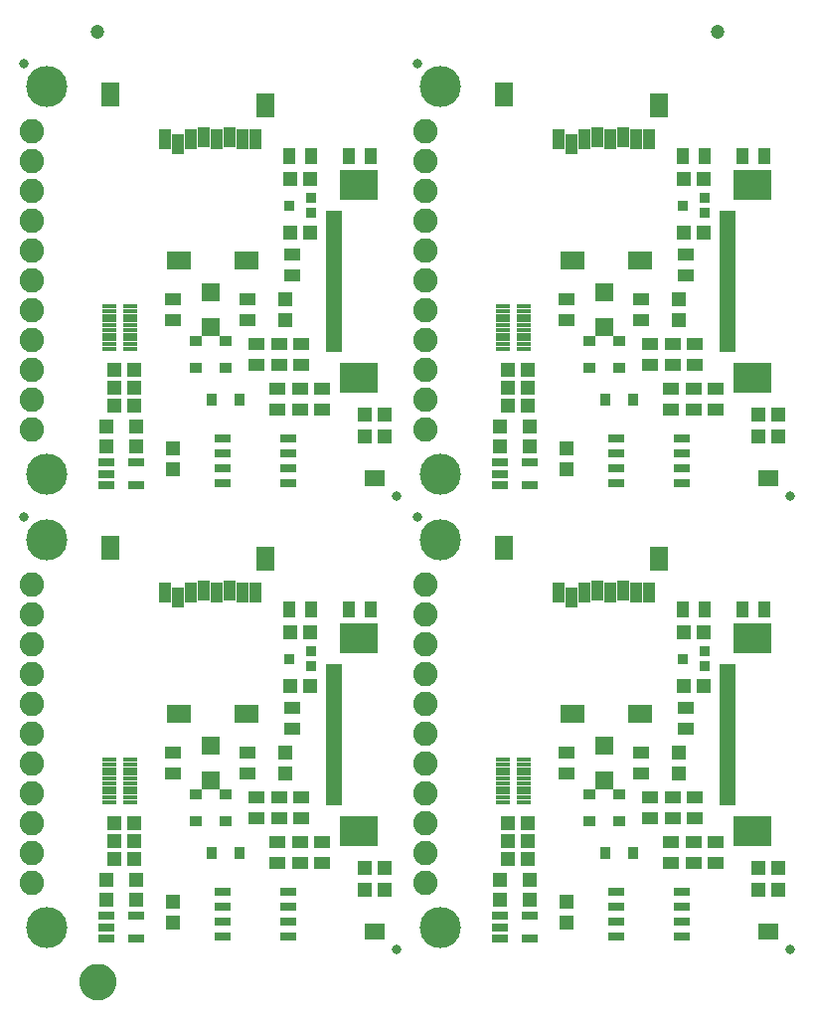
<source format=gts>
G75*
%MOIN*%
%OFA0B0*%
%FSLAX25Y25*%
%IPPOS*%
%LPD*%
%AMOC8*
5,1,8,0,0,1.08239X$1,22.5*
%
%ADD10R,0.05131X0.04737*%
%ADD11R,0.05524X0.03950*%
%ADD12R,0.04737X0.05131*%
%ADD13R,0.03950X0.05524*%
%ADD14R,0.04068X0.03280*%
%ADD15R,0.03280X0.04068*%
%ADD16R,0.05918X0.05918*%
%ADD17R,0.03556X0.03556*%
%ADD18R,0.05721X0.01981*%
%ADD19R,0.12611X0.10249*%
%ADD20C,0.03300*%
%ADD21C,0.13800*%
%ADD22C,0.08200*%
%ADD23R,0.03300X0.05800*%
%ADD24R,0.05524X0.02965*%
%ADD25R,0.07887X0.06312*%
%ADD26R,0.06312X0.08280*%
%ADD27R,0.03950X0.06706*%
%ADD28R,0.05524X0.03162*%
%ADD29R,0.05131X0.01587*%
%ADD30R,0.04737X0.01587*%
%ADD31C,0.04737*%
%ADD32C,0.05000*%
%ADD33C,0.06706*%
D10*
X0065995Y0061750D03*
X0065995Y0067750D03*
X0065995Y0073750D03*
X0072688Y0073750D03*
X0072688Y0067750D03*
X0072688Y0061750D03*
X0124995Y0119750D03*
X0131688Y0119750D03*
X0131688Y0137750D03*
X0124995Y0137750D03*
X0149995Y0203250D03*
X0156688Y0203250D03*
X0156688Y0210750D03*
X0149995Y0210750D03*
X0197995Y0213750D03*
X0197995Y0219750D03*
X0197995Y0225750D03*
X0204688Y0225750D03*
X0204688Y0219750D03*
X0204688Y0213750D03*
X0256995Y0271750D03*
X0263688Y0271750D03*
X0263688Y0289750D03*
X0256995Y0289750D03*
X0281995Y0210750D03*
X0288688Y0210750D03*
X0288688Y0203250D03*
X0281995Y0203250D03*
X0263688Y0137750D03*
X0256995Y0137750D03*
X0256995Y0119750D03*
X0263688Y0119750D03*
X0281995Y0058750D03*
X0288688Y0058750D03*
X0288688Y0051250D03*
X0281995Y0051250D03*
X0204688Y0061750D03*
X0204688Y0067750D03*
X0204688Y0073750D03*
X0197995Y0073750D03*
X0197995Y0067750D03*
X0197995Y0061750D03*
X0156688Y0058750D03*
X0149995Y0058750D03*
X0149995Y0051250D03*
X0156688Y0051250D03*
X0072688Y0213750D03*
X0072688Y0219750D03*
X0072688Y0225750D03*
X0065995Y0225750D03*
X0065995Y0219750D03*
X0065995Y0213750D03*
X0124995Y0271750D03*
X0131688Y0271750D03*
X0131688Y0289750D03*
X0124995Y0289750D03*
D11*
X0125842Y0264293D03*
X0125842Y0257207D03*
X0110842Y0249293D03*
X0110842Y0242207D03*
X0113842Y0234293D03*
X0113842Y0227207D03*
X0121342Y0227207D03*
X0121342Y0234293D03*
X0128842Y0234293D03*
X0128842Y0227207D03*
X0128342Y0219293D03*
X0128342Y0212207D03*
X0135842Y0212207D03*
X0135842Y0219293D03*
X0120842Y0219293D03*
X0120842Y0212207D03*
X0085842Y0242207D03*
X0085842Y0249293D03*
X0217842Y0249293D03*
X0217842Y0242207D03*
X0242842Y0242207D03*
X0242842Y0249293D03*
X0245842Y0234293D03*
X0245842Y0227207D03*
X0253342Y0227207D03*
X0253342Y0234293D03*
X0260842Y0234293D03*
X0260842Y0227207D03*
X0260342Y0219293D03*
X0260342Y0212207D03*
X0267842Y0212207D03*
X0267842Y0219293D03*
X0252842Y0219293D03*
X0252842Y0212207D03*
X0257842Y0257207D03*
X0257842Y0264293D03*
X0257842Y0112293D03*
X0257842Y0105207D03*
X0242842Y0097293D03*
X0242842Y0090207D03*
X0245842Y0082293D03*
X0245842Y0075207D03*
X0253342Y0075207D03*
X0253342Y0082293D03*
X0260842Y0082293D03*
X0260842Y0075207D03*
X0260342Y0067293D03*
X0260342Y0060207D03*
X0267842Y0060207D03*
X0267842Y0067293D03*
X0252842Y0067293D03*
X0252842Y0060207D03*
X0217842Y0090207D03*
X0217842Y0097293D03*
X0135842Y0067293D03*
X0135842Y0060207D03*
X0128342Y0060207D03*
X0128342Y0067293D03*
X0120842Y0067293D03*
X0120842Y0060207D03*
X0121342Y0075207D03*
X0121342Y0082293D03*
X0128842Y0082293D03*
X0128842Y0075207D03*
X0113842Y0075207D03*
X0113842Y0082293D03*
X0110842Y0090207D03*
X0110842Y0097293D03*
X0125842Y0105207D03*
X0125842Y0112293D03*
X0085842Y0097293D03*
X0085842Y0090207D03*
D12*
X0123342Y0090404D03*
X0123342Y0097096D03*
X0073342Y0054596D03*
X0073342Y0047904D03*
X0063342Y0047904D03*
X0063342Y0054596D03*
X0085842Y0047096D03*
X0085842Y0040404D03*
X0195342Y0047904D03*
X0195342Y0054596D03*
X0205342Y0054596D03*
X0205342Y0047904D03*
X0217842Y0047096D03*
X0217842Y0040404D03*
X0255342Y0090404D03*
X0255342Y0097096D03*
X0217842Y0192404D03*
X0217842Y0199096D03*
X0205342Y0199904D03*
X0205342Y0206596D03*
X0195342Y0206596D03*
X0195342Y0199904D03*
X0255342Y0242404D03*
X0255342Y0249096D03*
X0123342Y0249096D03*
X0123342Y0242404D03*
X0085842Y0199096D03*
X0085842Y0192404D03*
X0073342Y0199904D03*
X0073342Y0206596D03*
X0063342Y0206596D03*
X0063342Y0199904D03*
D13*
X0124798Y0145250D03*
X0131885Y0145250D03*
X0144798Y0145250D03*
X0151885Y0145250D03*
X0256798Y0145250D03*
X0263885Y0145250D03*
X0276798Y0145250D03*
X0283885Y0145250D03*
X0283885Y0297250D03*
X0276798Y0297250D03*
X0263885Y0297250D03*
X0256798Y0297250D03*
X0151885Y0297250D03*
X0144798Y0297250D03*
X0131885Y0297250D03*
X0124798Y0297250D03*
D14*
X0103342Y0235278D03*
X0103342Y0226222D03*
X0093342Y0226222D03*
X0093342Y0235278D03*
X0225342Y0235278D03*
X0225342Y0226222D03*
X0235342Y0226222D03*
X0235342Y0235278D03*
X0235342Y0083278D03*
X0235342Y0074222D03*
X0225342Y0074222D03*
X0225342Y0083278D03*
X0103342Y0083278D03*
X0103342Y0074222D03*
X0093342Y0074222D03*
X0093342Y0083278D03*
D15*
X0098814Y0063750D03*
X0107869Y0063750D03*
X0230814Y0063750D03*
X0239869Y0063750D03*
X0239869Y0215750D03*
X0230814Y0215750D03*
X0107869Y0215750D03*
X0098814Y0215750D03*
D16*
X0098342Y0239844D03*
X0098342Y0251656D03*
X0230342Y0251656D03*
X0230342Y0239844D03*
X0230342Y0099656D03*
X0230342Y0087844D03*
X0098342Y0087844D03*
X0098342Y0099656D03*
D17*
X0124700Y0128750D03*
X0131984Y0126191D03*
X0131984Y0131309D03*
X0256700Y0128750D03*
X0263984Y0126191D03*
X0263984Y0131309D03*
X0263984Y0278191D03*
X0263984Y0283309D03*
X0256700Y0280750D03*
X0131984Y0278191D03*
X0131984Y0283309D03*
X0124700Y0280750D03*
D18*
X0139582Y0277888D03*
X0139582Y0275919D03*
X0139582Y0273951D03*
X0139582Y0271982D03*
X0139582Y0270014D03*
X0139582Y0268045D03*
X0139582Y0266077D03*
X0139582Y0264108D03*
X0139582Y0262140D03*
X0139582Y0260171D03*
X0139582Y0258203D03*
X0139582Y0256234D03*
X0139582Y0254266D03*
X0139582Y0252297D03*
X0139582Y0250329D03*
X0139582Y0248360D03*
X0139582Y0246392D03*
X0139582Y0244423D03*
X0139582Y0242455D03*
X0139582Y0240486D03*
X0139582Y0238518D03*
X0139582Y0236549D03*
X0139582Y0234581D03*
X0139582Y0232612D03*
X0139582Y0125888D03*
X0139582Y0123919D03*
X0139582Y0121951D03*
X0139582Y0119982D03*
X0139582Y0118014D03*
X0139582Y0116045D03*
X0139582Y0114077D03*
X0139582Y0112108D03*
X0139582Y0110140D03*
X0139582Y0108171D03*
X0139582Y0106203D03*
X0139582Y0104234D03*
X0139582Y0102266D03*
X0139582Y0100297D03*
X0139582Y0098329D03*
X0139582Y0096360D03*
X0139582Y0094392D03*
X0139582Y0092423D03*
X0139582Y0090455D03*
X0139582Y0088486D03*
X0139582Y0086518D03*
X0139582Y0084549D03*
X0139582Y0082581D03*
X0139582Y0080612D03*
X0271582Y0080612D03*
X0271582Y0082581D03*
X0271582Y0084549D03*
X0271582Y0086518D03*
X0271582Y0088486D03*
X0271582Y0090455D03*
X0271582Y0092423D03*
X0271582Y0094392D03*
X0271582Y0096360D03*
X0271582Y0098329D03*
X0271582Y0100297D03*
X0271582Y0102266D03*
X0271582Y0104234D03*
X0271582Y0106203D03*
X0271582Y0108171D03*
X0271582Y0110140D03*
X0271582Y0112108D03*
X0271582Y0114077D03*
X0271582Y0116045D03*
X0271582Y0118014D03*
X0271582Y0119982D03*
X0271582Y0121951D03*
X0271582Y0123919D03*
X0271582Y0125888D03*
X0271582Y0232612D03*
X0271582Y0234581D03*
X0271582Y0236549D03*
X0271582Y0238518D03*
X0271582Y0240486D03*
X0271582Y0242455D03*
X0271582Y0244423D03*
X0271582Y0246392D03*
X0271582Y0248360D03*
X0271582Y0250329D03*
X0271582Y0252297D03*
X0271582Y0254266D03*
X0271582Y0256234D03*
X0271582Y0258203D03*
X0271582Y0260171D03*
X0271582Y0262140D03*
X0271582Y0264108D03*
X0271582Y0266077D03*
X0271582Y0268045D03*
X0271582Y0270014D03*
X0271582Y0271982D03*
X0271582Y0273951D03*
X0271582Y0275919D03*
X0271582Y0277888D03*
D19*
X0279948Y0287533D03*
X0279948Y0222967D03*
X0279948Y0135533D03*
X0279948Y0070967D03*
X0147948Y0070967D03*
X0147948Y0135533D03*
X0147948Y0222967D03*
X0147948Y0287533D03*
D20*
X0167842Y0328250D03*
X0035842Y0328250D03*
X0160842Y0183250D03*
X0167842Y0176250D03*
X0292842Y0183250D03*
X0292842Y0031250D03*
X0160842Y0031250D03*
X0035842Y0176250D03*
D21*
X0043342Y0038750D03*
X0043342Y0168750D03*
X0043342Y0190750D03*
X0043342Y0320750D03*
X0175342Y0320750D03*
X0175342Y0190750D03*
X0175342Y0168750D03*
X0175342Y0038750D03*
D22*
X0170342Y0053750D03*
X0170342Y0063750D03*
X0170342Y0073750D03*
X0170342Y0083750D03*
X0170342Y0093750D03*
X0170342Y0103750D03*
X0170342Y0113750D03*
X0170342Y0123750D03*
X0170342Y0133750D03*
X0170342Y0143750D03*
X0170342Y0153750D03*
X0170342Y0205750D03*
X0170342Y0215750D03*
X0170342Y0225750D03*
X0170342Y0235750D03*
X0170342Y0245750D03*
X0170342Y0255750D03*
X0170342Y0265750D03*
X0170342Y0275750D03*
X0170342Y0285750D03*
X0170342Y0295750D03*
X0170342Y0305750D03*
X0038342Y0305750D03*
X0038342Y0295750D03*
X0038342Y0285750D03*
X0038342Y0275750D03*
X0038342Y0265750D03*
X0038342Y0255750D03*
X0038342Y0245750D03*
X0038342Y0235750D03*
X0038342Y0225750D03*
X0038342Y0215750D03*
X0038342Y0205750D03*
X0038342Y0153750D03*
X0038342Y0143750D03*
X0038342Y0133750D03*
X0038342Y0123750D03*
X0038342Y0113750D03*
X0038342Y0103750D03*
X0038342Y0093750D03*
X0038342Y0083750D03*
X0038342Y0073750D03*
X0038342Y0063750D03*
X0038342Y0053750D03*
D23*
X0151742Y0037250D03*
X0154942Y0037250D03*
X0283742Y0037250D03*
X0286942Y0037250D03*
X0286942Y0189250D03*
X0283742Y0189250D03*
X0154942Y0189250D03*
X0151742Y0189250D03*
D24*
X0195223Y0190750D03*
X0195223Y0187010D03*
X0195223Y0194490D03*
X0205460Y0194490D03*
X0205460Y0187010D03*
X0073460Y0187010D03*
X0073460Y0194490D03*
X0063223Y0194490D03*
X0063223Y0190750D03*
X0063223Y0187010D03*
X0063223Y0042490D03*
X0063223Y0038750D03*
X0063223Y0035010D03*
X0073460Y0035010D03*
X0073460Y0042490D03*
X0195223Y0042490D03*
X0195223Y0038750D03*
X0195223Y0035010D03*
X0205460Y0035010D03*
X0205460Y0042490D03*
D25*
X0219830Y0110325D03*
X0242271Y0110325D03*
X0110271Y0110325D03*
X0087830Y0110325D03*
X0087830Y0262325D03*
X0110271Y0262325D03*
X0219830Y0262325D03*
X0242271Y0262325D03*
D26*
X0248570Y0314096D03*
X0196798Y0318033D03*
X0116570Y0314096D03*
X0064798Y0318033D03*
X0064798Y0166033D03*
X0116570Y0162096D03*
X0196798Y0166033D03*
X0248570Y0162096D03*
D27*
X0245460Y0150876D03*
X0241129Y0150876D03*
X0236798Y0151663D03*
X0232468Y0150876D03*
X0228137Y0151663D03*
X0223806Y0150876D03*
X0219476Y0149301D03*
X0215145Y0150876D03*
X0113460Y0150876D03*
X0109129Y0150876D03*
X0104798Y0151663D03*
X0100468Y0150876D03*
X0096137Y0151663D03*
X0091806Y0150876D03*
X0087476Y0149301D03*
X0083145Y0150876D03*
X0087476Y0301301D03*
X0083145Y0302876D03*
X0091806Y0302876D03*
X0096137Y0303663D03*
X0100468Y0302876D03*
X0104798Y0303663D03*
X0109129Y0302876D03*
X0113460Y0302876D03*
X0215145Y0302876D03*
X0219476Y0301301D03*
X0223806Y0302876D03*
X0228137Y0303663D03*
X0232468Y0302876D03*
X0236798Y0303663D03*
X0241129Y0302876D03*
X0245460Y0302876D03*
D28*
X0256365Y0202750D03*
X0256365Y0197750D03*
X0256365Y0192750D03*
X0256365Y0187750D03*
X0234318Y0187750D03*
X0234318Y0192750D03*
X0234318Y0197750D03*
X0234318Y0202750D03*
X0124365Y0202750D03*
X0124365Y0197750D03*
X0124365Y0192750D03*
X0124365Y0187750D03*
X0102318Y0187750D03*
X0102318Y0192750D03*
X0102318Y0197750D03*
X0102318Y0202750D03*
X0102318Y0050750D03*
X0102318Y0045750D03*
X0102318Y0040750D03*
X0102318Y0035750D03*
X0124365Y0035750D03*
X0124365Y0040750D03*
X0124365Y0045750D03*
X0124365Y0050750D03*
X0234318Y0050750D03*
X0234318Y0045750D03*
X0234318Y0040750D03*
X0234318Y0035750D03*
X0256365Y0035750D03*
X0256365Y0040750D03*
X0256365Y0045750D03*
X0256365Y0050750D03*
D29*
X0203188Y0080663D03*
X0071188Y0080663D03*
X0071188Y0232663D03*
X0203188Y0232663D03*
D30*
X0203385Y0234238D03*
X0203385Y0235813D03*
X0203385Y0237388D03*
X0203385Y0238963D03*
X0203385Y0240537D03*
X0203385Y0242112D03*
X0203385Y0243687D03*
X0203385Y0245262D03*
X0203385Y0246837D03*
X0196298Y0246837D03*
X0196298Y0245262D03*
X0196298Y0243687D03*
X0196298Y0242112D03*
X0196298Y0240537D03*
X0196298Y0238963D03*
X0196298Y0237388D03*
X0196298Y0235813D03*
X0196298Y0234238D03*
X0196298Y0232663D03*
X0071385Y0234238D03*
X0071385Y0235813D03*
X0071385Y0237388D03*
X0071385Y0238963D03*
X0071385Y0240537D03*
X0071385Y0242112D03*
X0071385Y0243687D03*
X0071385Y0245262D03*
X0071385Y0246837D03*
X0064298Y0246837D03*
X0064298Y0245262D03*
X0064298Y0243687D03*
X0064298Y0242112D03*
X0064298Y0240537D03*
X0064298Y0238963D03*
X0064298Y0237388D03*
X0064298Y0235813D03*
X0064298Y0234238D03*
X0064298Y0232663D03*
X0064298Y0094837D03*
X0064298Y0093262D03*
X0064298Y0091687D03*
X0064298Y0090112D03*
X0064298Y0088537D03*
X0064298Y0086963D03*
X0064298Y0085388D03*
X0064298Y0083813D03*
X0064298Y0082238D03*
X0064298Y0080663D03*
X0071385Y0082238D03*
X0071385Y0083813D03*
X0071385Y0085388D03*
X0071385Y0086963D03*
X0071385Y0088537D03*
X0071385Y0090112D03*
X0071385Y0091687D03*
X0071385Y0093262D03*
X0071385Y0094837D03*
X0196298Y0094837D03*
X0196298Y0093262D03*
X0196298Y0091687D03*
X0196298Y0090112D03*
X0196298Y0088537D03*
X0196298Y0086963D03*
X0196298Y0085388D03*
X0196298Y0083813D03*
X0196298Y0082238D03*
X0196298Y0080663D03*
X0203385Y0082238D03*
X0203385Y0083813D03*
X0203385Y0085388D03*
X0203385Y0086963D03*
X0203385Y0088537D03*
X0203385Y0090112D03*
X0203385Y0091687D03*
X0203385Y0093262D03*
X0203385Y0094837D03*
D31*
X0268342Y0339000D03*
X0060342Y0339000D03*
D32*
X0056777Y0020500D02*
X0056779Y0020619D01*
X0056785Y0020738D01*
X0056795Y0020857D01*
X0056809Y0020975D01*
X0056827Y0021093D01*
X0056848Y0021210D01*
X0056874Y0021326D01*
X0056904Y0021442D01*
X0056937Y0021556D01*
X0056974Y0021669D01*
X0057015Y0021781D01*
X0057060Y0021892D01*
X0057108Y0022001D01*
X0057160Y0022108D01*
X0057216Y0022213D01*
X0057275Y0022317D01*
X0057337Y0022418D01*
X0057403Y0022518D01*
X0057472Y0022615D01*
X0057544Y0022709D01*
X0057620Y0022802D01*
X0057698Y0022891D01*
X0057779Y0022978D01*
X0057864Y0023063D01*
X0057951Y0023144D01*
X0058040Y0023222D01*
X0058133Y0023298D01*
X0058227Y0023370D01*
X0058324Y0023439D01*
X0058424Y0023505D01*
X0058525Y0023567D01*
X0058629Y0023626D01*
X0058734Y0023682D01*
X0058841Y0023734D01*
X0058950Y0023782D01*
X0059061Y0023827D01*
X0059173Y0023868D01*
X0059286Y0023905D01*
X0059400Y0023938D01*
X0059516Y0023968D01*
X0059632Y0023994D01*
X0059749Y0024015D01*
X0059867Y0024033D01*
X0059985Y0024047D01*
X0060104Y0024057D01*
X0060223Y0024063D01*
X0060342Y0024065D01*
X0060461Y0024063D01*
X0060580Y0024057D01*
X0060699Y0024047D01*
X0060817Y0024033D01*
X0060935Y0024015D01*
X0061052Y0023994D01*
X0061168Y0023968D01*
X0061284Y0023938D01*
X0061398Y0023905D01*
X0061511Y0023868D01*
X0061623Y0023827D01*
X0061734Y0023782D01*
X0061843Y0023734D01*
X0061950Y0023682D01*
X0062055Y0023626D01*
X0062159Y0023567D01*
X0062260Y0023505D01*
X0062360Y0023439D01*
X0062457Y0023370D01*
X0062551Y0023298D01*
X0062644Y0023222D01*
X0062733Y0023144D01*
X0062820Y0023063D01*
X0062905Y0022978D01*
X0062986Y0022891D01*
X0063064Y0022802D01*
X0063140Y0022709D01*
X0063212Y0022615D01*
X0063281Y0022518D01*
X0063347Y0022418D01*
X0063409Y0022317D01*
X0063468Y0022213D01*
X0063524Y0022108D01*
X0063576Y0022001D01*
X0063624Y0021892D01*
X0063669Y0021781D01*
X0063710Y0021669D01*
X0063747Y0021556D01*
X0063780Y0021442D01*
X0063810Y0021326D01*
X0063836Y0021210D01*
X0063857Y0021093D01*
X0063875Y0020975D01*
X0063889Y0020857D01*
X0063899Y0020738D01*
X0063905Y0020619D01*
X0063907Y0020500D01*
X0063905Y0020381D01*
X0063899Y0020262D01*
X0063889Y0020143D01*
X0063875Y0020025D01*
X0063857Y0019907D01*
X0063836Y0019790D01*
X0063810Y0019674D01*
X0063780Y0019558D01*
X0063747Y0019444D01*
X0063710Y0019331D01*
X0063669Y0019219D01*
X0063624Y0019108D01*
X0063576Y0018999D01*
X0063524Y0018892D01*
X0063468Y0018787D01*
X0063409Y0018683D01*
X0063347Y0018582D01*
X0063281Y0018482D01*
X0063212Y0018385D01*
X0063140Y0018291D01*
X0063064Y0018198D01*
X0062986Y0018109D01*
X0062905Y0018022D01*
X0062820Y0017937D01*
X0062733Y0017856D01*
X0062644Y0017778D01*
X0062551Y0017702D01*
X0062457Y0017630D01*
X0062360Y0017561D01*
X0062260Y0017495D01*
X0062159Y0017433D01*
X0062055Y0017374D01*
X0061950Y0017318D01*
X0061843Y0017266D01*
X0061734Y0017218D01*
X0061623Y0017173D01*
X0061511Y0017132D01*
X0061398Y0017095D01*
X0061284Y0017062D01*
X0061168Y0017032D01*
X0061052Y0017006D01*
X0060935Y0016985D01*
X0060817Y0016967D01*
X0060699Y0016953D01*
X0060580Y0016943D01*
X0060461Y0016937D01*
X0060342Y0016935D01*
X0060223Y0016937D01*
X0060104Y0016943D01*
X0059985Y0016953D01*
X0059867Y0016967D01*
X0059749Y0016985D01*
X0059632Y0017006D01*
X0059516Y0017032D01*
X0059400Y0017062D01*
X0059286Y0017095D01*
X0059173Y0017132D01*
X0059061Y0017173D01*
X0058950Y0017218D01*
X0058841Y0017266D01*
X0058734Y0017318D01*
X0058629Y0017374D01*
X0058525Y0017433D01*
X0058424Y0017495D01*
X0058324Y0017561D01*
X0058227Y0017630D01*
X0058133Y0017702D01*
X0058040Y0017778D01*
X0057951Y0017856D01*
X0057864Y0017937D01*
X0057779Y0018022D01*
X0057698Y0018109D01*
X0057620Y0018198D01*
X0057544Y0018291D01*
X0057472Y0018385D01*
X0057403Y0018482D01*
X0057337Y0018582D01*
X0057275Y0018683D01*
X0057216Y0018787D01*
X0057160Y0018892D01*
X0057108Y0018999D01*
X0057060Y0019108D01*
X0057015Y0019219D01*
X0056974Y0019331D01*
X0056937Y0019444D01*
X0056904Y0019558D01*
X0056874Y0019674D01*
X0056848Y0019790D01*
X0056827Y0019907D01*
X0056809Y0020025D01*
X0056795Y0020143D01*
X0056785Y0020262D01*
X0056779Y0020381D01*
X0056777Y0020500D01*
D33*
X0060342Y0020500D03*
M02*

</source>
